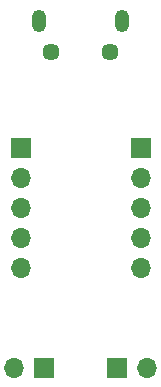
<source format=gbr>
%TF.GenerationSoftware,KiCad,Pcbnew,7.0.2-0*%
%TF.CreationDate,2024-07-03T10:32:27-07:00*%
%TF.ProjectId,ft230x-breakout,66743233-3078-42d6-9272-65616b6f7574,1.0*%
%TF.SameCoordinates,Original*%
%TF.FileFunction,Soldermask,Bot*%
%TF.FilePolarity,Negative*%
%FSLAX46Y46*%
G04 Gerber Fmt 4.6, Leading zero omitted, Abs format (unit mm)*
G04 Created by KiCad (PCBNEW 7.0.2-0) date 2024-07-03 10:32:27*
%MOMM*%
%LPD*%
G01*
G04 APERTURE LIST*
%ADD10R,1.700000X1.700000*%
%ADD11O,1.700000X1.700000*%
%ADD12O,1.200000X1.900000*%
%ADD13C,1.450000*%
G04 APERTURE END LIST*
D10*
%TO.C,JP101*%
X141563500Y-127050800D03*
D11*
X139023500Y-127050800D03*
%TD*%
D10*
%TO.C,JP102*%
X147781500Y-127050800D03*
D11*
X150321500Y-127050800D03*
%TD*%
D12*
%TO.C,J101*%
X148141500Y-97655400D03*
D13*
X147141500Y-100355400D03*
X142141500Y-100355400D03*
D12*
X141141500Y-97655400D03*
%TD*%
D10*
%TO.C,J103*%
X139598400Y-108407200D03*
D11*
X139598400Y-110947200D03*
X139598400Y-113487200D03*
X139598400Y-116027200D03*
X139598400Y-118567200D03*
%TD*%
D10*
%TO.C,J104*%
X149758400Y-108407200D03*
D11*
X149758400Y-110947200D03*
X149758400Y-113487200D03*
X149758400Y-116027200D03*
X149758400Y-118567200D03*
%TD*%
M02*

</source>
